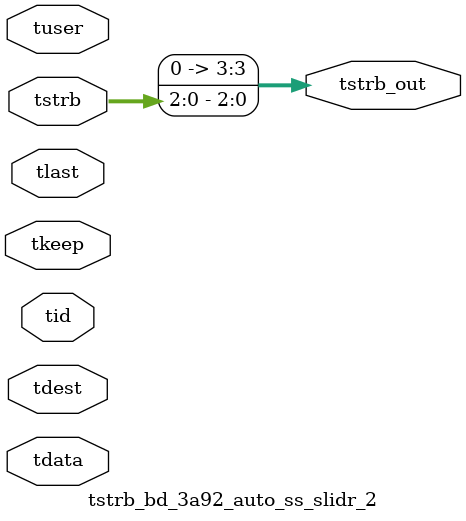
<source format=v>


`timescale 1ps/1ps

module tstrb_bd_3a92_auto_ss_slidr_2 #
(
parameter C_S_AXIS_TDATA_WIDTH = 32,
parameter C_S_AXIS_TUSER_WIDTH = 0,
parameter C_S_AXIS_TID_WIDTH   = 0,
parameter C_S_AXIS_TDEST_WIDTH = 0,
parameter C_M_AXIS_TDATA_WIDTH = 32
)
(
input  [(C_S_AXIS_TDATA_WIDTH == 0 ? 1 : C_S_AXIS_TDATA_WIDTH)-1:0     ] tdata,
input  [(C_S_AXIS_TUSER_WIDTH == 0 ? 1 : C_S_AXIS_TUSER_WIDTH)-1:0     ] tuser,
input  [(C_S_AXIS_TID_WIDTH   == 0 ? 1 : C_S_AXIS_TID_WIDTH)-1:0       ] tid,
input  [(C_S_AXIS_TDEST_WIDTH == 0 ? 1 : C_S_AXIS_TDEST_WIDTH)-1:0     ] tdest,
input  [(C_S_AXIS_TDATA_WIDTH/8)-1:0 ] tkeep,
input  [(C_S_AXIS_TDATA_WIDTH/8)-1:0 ] tstrb,
input                                                                    tlast,
output [(C_M_AXIS_TDATA_WIDTH/8)-1:0 ] tstrb_out
);

assign tstrb_out = {tstrb[2:0]};

endmodule


</source>
